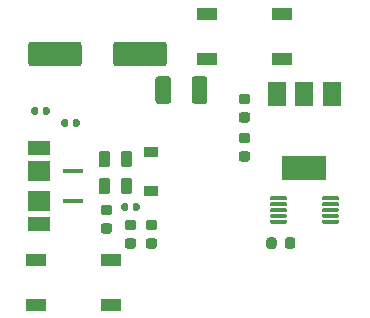
<source format=gbr>
G04 #@! TF.GenerationSoftware,KiCad,Pcbnew,5.1.6+dfsg1-1*
G04 #@! TF.CreationDate,2021-03-01T10:48:13-07:00*
G04 #@! TF.ProjectId,CurrentSensorV1,43757272-656e-4745-9365-6e736f725631,rev?*
G04 #@! TF.SameCoordinates,Original*
G04 #@! TF.FileFunction,Paste,Top*
G04 #@! TF.FilePolarity,Positive*
%FSLAX46Y46*%
G04 Gerber Fmt 4.6, Leading zero omitted, Abs format (unit mm)*
G04 Created by KiCad (PCBNEW 5.1.6+dfsg1-1) date 2021-03-01 10:48:13*
%MOMM*%
%LPD*%
G01*
G04 APERTURE LIST*
%ADD10R,0.100000X0.500000*%
%ADD11R,1.900000X1.260000*%
%ADD12R,1.900000X1.800000*%
%ADD13R,1.778000X0.400050*%
%ADD14R,1.200000X0.900000*%
%ADD15R,1.699999X1.000001*%
%ADD16R,1.500000X2.000000*%
%ADD17R,3.800000X2.000000*%
G04 APERTURE END LIST*
D10*
G04 #@! TO.C,J1*
X133331000Y-77136000D03*
X135131000Y-77136000D03*
D11*
X134231000Y-77786000D03*
D10*
X133331000Y-84926000D03*
D12*
X134231000Y-82301000D03*
D13*
X137109200Y-79726000D03*
X137109200Y-82326000D03*
D12*
X134231000Y-79751000D03*
D11*
X134231000Y-84266000D03*
D10*
X135131000Y-84916000D03*
G04 #@! TD*
G04 #@! TO.C,C4*
G36*
G01*
X140542000Y-70650000D02*
X140542000Y-69050000D01*
G75*
G02*
X140792000Y-68800000I250000J0D01*
G01*
X144792000Y-68800000D01*
G75*
G02*
X145042000Y-69050000I0J-250000D01*
G01*
X145042000Y-70650000D01*
G75*
G02*
X144792000Y-70900000I-250000J0D01*
G01*
X140792000Y-70900000D01*
G75*
G02*
X140542000Y-70650000I0J250000D01*
G01*
G37*
G36*
G01*
X133342000Y-70650000D02*
X133342000Y-69050000D01*
G75*
G02*
X133592000Y-68800000I250000J0D01*
G01*
X137592000Y-68800000D01*
G75*
G02*
X137842000Y-69050000I0J-250000D01*
G01*
X137842000Y-70650000D01*
G75*
G02*
X137592000Y-70900000I-250000J0D01*
G01*
X133592000Y-70900000D01*
G75*
G02*
X133342000Y-70650000I0J250000D01*
G01*
G37*
G04 #@! TD*
D14*
G04 #@! TO.C,D1*
X143764000Y-81406000D03*
X143764000Y-78106000D03*
G04 #@! TD*
D15*
G04 #@! TO.C,FLASH1*
X154787996Y-66425999D03*
X148487999Y-66425999D03*
X154787996Y-70225996D03*
X148487999Y-70225996D03*
G04 #@! TD*
D16*
G04 #@! TO.C,U3*
X159018000Y-73202000D03*
X154418000Y-73202000D03*
X156718000Y-73202000D03*
D17*
X156718000Y-79502000D03*
G04 #@! TD*
G04 #@! TO.C,U1*
G36*
G01*
X155243000Y-83983000D02*
X155243000Y-84133000D01*
G75*
G02*
X155168000Y-84208000I-75000J0D01*
G01*
X153868000Y-84208000D01*
G75*
G02*
X153793000Y-84133000I0J75000D01*
G01*
X153793000Y-83983000D01*
G75*
G02*
X153868000Y-83908000I75000J0D01*
G01*
X155168000Y-83908000D01*
G75*
G02*
X155243000Y-83983000I0J-75000D01*
G01*
G37*
G36*
G01*
X155243000Y-83483000D02*
X155243000Y-83633000D01*
G75*
G02*
X155168000Y-83708000I-75000J0D01*
G01*
X153868000Y-83708000D01*
G75*
G02*
X153793000Y-83633000I0J75000D01*
G01*
X153793000Y-83483000D01*
G75*
G02*
X153868000Y-83408000I75000J0D01*
G01*
X155168000Y-83408000D01*
G75*
G02*
X155243000Y-83483000I0J-75000D01*
G01*
G37*
G36*
G01*
X155243000Y-82983000D02*
X155243000Y-83133000D01*
G75*
G02*
X155168000Y-83208000I-75000J0D01*
G01*
X153868000Y-83208000D01*
G75*
G02*
X153793000Y-83133000I0J75000D01*
G01*
X153793000Y-82983000D01*
G75*
G02*
X153868000Y-82908000I75000J0D01*
G01*
X155168000Y-82908000D01*
G75*
G02*
X155243000Y-82983000I0J-75000D01*
G01*
G37*
G36*
G01*
X155243000Y-82483000D02*
X155243000Y-82633000D01*
G75*
G02*
X155168000Y-82708000I-75000J0D01*
G01*
X153868000Y-82708000D01*
G75*
G02*
X153793000Y-82633000I0J75000D01*
G01*
X153793000Y-82483000D01*
G75*
G02*
X153868000Y-82408000I75000J0D01*
G01*
X155168000Y-82408000D01*
G75*
G02*
X155243000Y-82483000I0J-75000D01*
G01*
G37*
G36*
G01*
X155243000Y-81983000D02*
X155243000Y-82133000D01*
G75*
G02*
X155168000Y-82208000I-75000J0D01*
G01*
X153868000Y-82208000D01*
G75*
G02*
X153793000Y-82133000I0J75000D01*
G01*
X153793000Y-81983000D01*
G75*
G02*
X153868000Y-81908000I75000J0D01*
G01*
X155168000Y-81908000D01*
G75*
G02*
X155243000Y-81983000I0J-75000D01*
G01*
G37*
G36*
G01*
X159643000Y-81983000D02*
X159643000Y-82133000D01*
G75*
G02*
X159568000Y-82208000I-75000J0D01*
G01*
X158268000Y-82208000D01*
G75*
G02*
X158193000Y-82133000I0J75000D01*
G01*
X158193000Y-81983000D01*
G75*
G02*
X158268000Y-81908000I75000J0D01*
G01*
X159568000Y-81908000D01*
G75*
G02*
X159643000Y-81983000I0J-75000D01*
G01*
G37*
G36*
G01*
X159643000Y-82483000D02*
X159643000Y-82633000D01*
G75*
G02*
X159568000Y-82708000I-75000J0D01*
G01*
X158268000Y-82708000D01*
G75*
G02*
X158193000Y-82633000I0J75000D01*
G01*
X158193000Y-82483000D01*
G75*
G02*
X158268000Y-82408000I75000J0D01*
G01*
X159568000Y-82408000D01*
G75*
G02*
X159643000Y-82483000I0J-75000D01*
G01*
G37*
G36*
G01*
X159643000Y-82983000D02*
X159643000Y-83133000D01*
G75*
G02*
X159568000Y-83208000I-75000J0D01*
G01*
X158268000Y-83208000D01*
G75*
G02*
X158193000Y-83133000I0J75000D01*
G01*
X158193000Y-82983000D01*
G75*
G02*
X158268000Y-82908000I75000J0D01*
G01*
X159568000Y-82908000D01*
G75*
G02*
X159643000Y-82983000I0J-75000D01*
G01*
G37*
G36*
G01*
X159643000Y-83483000D02*
X159643000Y-83633000D01*
G75*
G02*
X159568000Y-83708000I-75000J0D01*
G01*
X158268000Y-83708000D01*
G75*
G02*
X158193000Y-83633000I0J75000D01*
G01*
X158193000Y-83483000D01*
G75*
G02*
X158268000Y-83408000I75000J0D01*
G01*
X159568000Y-83408000D01*
G75*
G02*
X159643000Y-83483000I0J-75000D01*
G01*
G37*
G36*
G01*
X159643000Y-83983000D02*
X159643000Y-84133000D01*
G75*
G02*
X159568000Y-84208000I-75000J0D01*
G01*
X158268000Y-84208000D01*
G75*
G02*
X158193000Y-84133000I0J75000D01*
G01*
X158193000Y-83983000D01*
G75*
G02*
X158268000Y-83908000I75000J0D01*
G01*
X159568000Y-83908000D01*
G75*
G02*
X159643000Y-83983000I0J-75000D01*
G01*
G37*
G04 #@! TD*
G04 #@! TO.C,R6*
G36*
G01*
X144020250Y-84740000D02*
X143507750Y-84740000D01*
G75*
G02*
X143289000Y-84521250I0J218750D01*
G01*
X143289000Y-84083750D01*
G75*
G02*
X143507750Y-83865000I218750J0D01*
G01*
X144020250Y-83865000D01*
G75*
G02*
X144239000Y-84083750I0J-218750D01*
G01*
X144239000Y-84521250D01*
G75*
G02*
X144020250Y-84740000I-218750J0D01*
G01*
G37*
G36*
G01*
X144020250Y-86315000D02*
X143507750Y-86315000D01*
G75*
G02*
X143289000Y-86096250I0J218750D01*
G01*
X143289000Y-85658750D01*
G75*
G02*
X143507750Y-85440000I218750J0D01*
G01*
X144020250Y-85440000D01*
G75*
G02*
X144239000Y-85658750I0J-218750D01*
G01*
X144239000Y-86096250D01*
G75*
G02*
X144020250Y-86315000I-218750J0D01*
G01*
G37*
G04 #@! TD*
G04 #@! TO.C,R5*
G36*
G01*
X140210250Y-83470000D02*
X139697750Y-83470000D01*
G75*
G02*
X139479000Y-83251250I0J218750D01*
G01*
X139479000Y-82813750D01*
G75*
G02*
X139697750Y-82595000I218750J0D01*
G01*
X140210250Y-82595000D01*
G75*
G02*
X140429000Y-82813750I0J-218750D01*
G01*
X140429000Y-83251250D01*
G75*
G02*
X140210250Y-83470000I-218750J0D01*
G01*
G37*
G36*
G01*
X140210250Y-85045000D02*
X139697750Y-85045000D01*
G75*
G02*
X139479000Y-84826250I0J218750D01*
G01*
X139479000Y-84388750D01*
G75*
G02*
X139697750Y-84170000I218750J0D01*
G01*
X140210250Y-84170000D01*
G75*
G02*
X140429000Y-84388750I0J-218750D01*
G01*
X140429000Y-84826250D01*
G75*
G02*
X140210250Y-85045000I-218750J0D01*
G01*
G37*
G04 #@! TD*
G04 #@! TO.C,R3*
G36*
G01*
X155061500Y-86108250D02*
X155061500Y-85595750D01*
G75*
G02*
X155280250Y-85377000I218750J0D01*
G01*
X155717750Y-85377000D01*
G75*
G02*
X155936500Y-85595750I0J-218750D01*
G01*
X155936500Y-86108250D01*
G75*
G02*
X155717750Y-86327000I-218750J0D01*
G01*
X155280250Y-86327000D01*
G75*
G02*
X155061500Y-86108250I0J218750D01*
G01*
G37*
G36*
G01*
X153486500Y-86108250D02*
X153486500Y-85595750D01*
G75*
G02*
X153705250Y-85377000I218750J0D01*
G01*
X154142750Y-85377000D01*
G75*
G02*
X154361500Y-85595750I0J-218750D01*
G01*
X154361500Y-86108250D01*
G75*
G02*
X154142750Y-86327000I-218750J0D01*
G01*
X153705250Y-86327000D01*
G75*
G02*
X153486500Y-86108250I0J218750D01*
G01*
G37*
G04 #@! TD*
G04 #@! TO.C,R2*
G36*
G01*
X151381750Y-78074000D02*
X151894250Y-78074000D01*
G75*
G02*
X152113000Y-78292750I0J-218750D01*
G01*
X152113000Y-78730250D01*
G75*
G02*
X151894250Y-78949000I-218750J0D01*
G01*
X151381750Y-78949000D01*
G75*
G02*
X151163000Y-78730250I0J218750D01*
G01*
X151163000Y-78292750D01*
G75*
G02*
X151381750Y-78074000I218750J0D01*
G01*
G37*
G36*
G01*
X151381750Y-76499000D02*
X151894250Y-76499000D01*
G75*
G02*
X152113000Y-76717750I0J-218750D01*
G01*
X152113000Y-77155250D01*
G75*
G02*
X151894250Y-77374000I-218750J0D01*
G01*
X151381750Y-77374000D01*
G75*
G02*
X151163000Y-77155250I0J218750D01*
G01*
X151163000Y-76717750D01*
G75*
G02*
X151381750Y-76499000I218750J0D01*
G01*
G37*
G04 #@! TD*
G04 #@! TO.C,R1*
G36*
G01*
X151894250Y-74072000D02*
X151381750Y-74072000D01*
G75*
G02*
X151163000Y-73853250I0J218750D01*
G01*
X151163000Y-73415750D01*
G75*
G02*
X151381750Y-73197000I218750J0D01*
G01*
X151894250Y-73197000D01*
G75*
G02*
X152113000Y-73415750I0J-218750D01*
G01*
X152113000Y-73853250D01*
G75*
G02*
X151894250Y-74072000I-218750J0D01*
G01*
G37*
G36*
G01*
X151894250Y-75647000D02*
X151381750Y-75647000D01*
G75*
G02*
X151163000Y-75428250I0J218750D01*
G01*
X151163000Y-74990750D01*
G75*
G02*
X151381750Y-74772000I218750J0D01*
G01*
X151894250Y-74772000D01*
G75*
G02*
X152113000Y-74990750I0J-218750D01*
G01*
X152113000Y-75428250D01*
G75*
G02*
X151894250Y-75647000I-218750J0D01*
G01*
G37*
G04 #@! TD*
G04 #@! TO.C,FB2*
G36*
G01*
X140266000Y-78283750D02*
X140266000Y-79196250D01*
G75*
G02*
X140022250Y-79440000I-243750J0D01*
G01*
X139534750Y-79440000D01*
G75*
G02*
X139291000Y-79196250I0J243750D01*
G01*
X139291000Y-78283750D01*
G75*
G02*
X139534750Y-78040000I243750J0D01*
G01*
X140022250Y-78040000D01*
G75*
G02*
X140266000Y-78283750I0J-243750D01*
G01*
G37*
G36*
G01*
X142141000Y-78283750D02*
X142141000Y-79196250D01*
G75*
G02*
X141897250Y-79440000I-243750J0D01*
G01*
X141409750Y-79440000D01*
G75*
G02*
X141166000Y-79196250I0J243750D01*
G01*
X141166000Y-78283750D01*
G75*
G02*
X141409750Y-78040000I243750J0D01*
G01*
X141897250Y-78040000D01*
G75*
G02*
X142141000Y-78283750I0J-243750D01*
G01*
G37*
G04 #@! TD*
G04 #@! TO.C,FB1*
G36*
G01*
X140266000Y-80569750D02*
X140266000Y-81482250D01*
G75*
G02*
X140022250Y-81726000I-243750J0D01*
G01*
X139534750Y-81726000D01*
G75*
G02*
X139291000Y-81482250I0J243750D01*
G01*
X139291000Y-80569750D01*
G75*
G02*
X139534750Y-80326000I243750J0D01*
G01*
X140022250Y-80326000D01*
G75*
G02*
X140266000Y-80569750I0J-243750D01*
G01*
G37*
G36*
G01*
X142141000Y-80569750D02*
X142141000Y-81482250D01*
G75*
G02*
X141897250Y-81726000I-243750J0D01*
G01*
X141409750Y-81726000D01*
G75*
G02*
X141166000Y-81482250I0J243750D01*
G01*
X141166000Y-80569750D01*
G75*
G02*
X141409750Y-80326000I243750J0D01*
G01*
X141897250Y-80326000D01*
G75*
G02*
X142141000Y-80569750I0J-243750D01*
G01*
G37*
G04 #@! TD*
G04 #@! TO.C,C6*
G36*
G01*
X141729750Y-85440000D02*
X142242250Y-85440000D01*
G75*
G02*
X142461000Y-85658750I0J-218750D01*
G01*
X142461000Y-86096250D01*
G75*
G02*
X142242250Y-86315000I-218750J0D01*
G01*
X141729750Y-86315000D01*
G75*
G02*
X141511000Y-86096250I0J218750D01*
G01*
X141511000Y-85658750D01*
G75*
G02*
X141729750Y-85440000I218750J0D01*
G01*
G37*
G36*
G01*
X141729750Y-83865000D02*
X142242250Y-83865000D01*
G75*
G02*
X142461000Y-84083750I0J-218750D01*
G01*
X142461000Y-84521250D01*
G75*
G02*
X142242250Y-84740000I-218750J0D01*
G01*
X141729750Y-84740000D01*
G75*
G02*
X141511000Y-84521250I0J218750D01*
G01*
X141511000Y-84083750D01*
G75*
G02*
X141729750Y-83865000I218750J0D01*
G01*
G37*
G04 #@! TD*
G04 #@! TO.C,C5*
G36*
G01*
X136716000Y-75519500D02*
X136716000Y-75864500D01*
G75*
G02*
X136568500Y-76012000I-147500J0D01*
G01*
X136273500Y-76012000D01*
G75*
G02*
X136126000Y-75864500I0J147500D01*
G01*
X136126000Y-75519500D01*
G75*
G02*
X136273500Y-75372000I147500J0D01*
G01*
X136568500Y-75372000D01*
G75*
G02*
X136716000Y-75519500I0J-147500D01*
G01*
G37*
G36*
G01*
X137686000Y-75519500D02*
X137686000Y-75864500D01*
G75*
G02*
X137538500Y-76012000I-147500J0D01*
G01*
X137243500Y-76012000D01*
G75*
G02*
X137096000Y-75864500I0J147500D01*
G01*
X137096000Y-75519500D01*
G75*
G02*
X137243500Y-75372000I147500J0D01*
G01*
X137538500Y-75372000D01*
G75*
G02*
X137686000Y-75519500I0J-147500D01*
G01*
G37*
G04 #@! TD*
G04 #@! TO.C,C3*
G36*
G01*
X134556000Y-74848500D02*
X134556000Y-74503500D01*
G75*
G02*
X134703500Y-74356000I147500J0D01*
G01*
X134998500Y-74356000D01*
G75*
G02*
X135146000Y-74503500I0J-147500D01*
G01*
X135146000Y-74848500D01*
G75*
G02*
X134998500Y-74996000I-147500J0D01*
G01*
X134703500Y-74996000D01*
G75*
G02*
X134556000Y-74848500I0J147500D01*
G01*
G37*
G36*
G01*
X133586000Y-74848500D02*
X133586000Y-74503500D01*
G75*
G02*
X133733500Y-74356000I147500J0D01*
G01*
X134028500Y-74356000D01*
G75*
G02*
X134176000Y-74503500I0J-147500D01*
G01*
X134176000Y-74848500D01*
G75*
G02*
X134028500Y-74996000I-147500J0D01*
G01*
X133733500Y-74996000D01*
G75*
G02*
X133586000Y-74848500I0J147500D01*
G01*
G37*
G04 #@! TD*
G04 #@! TO.C,C2*
G36*
G01*
X147179000Y-73823001D02*
X147179000Y-71972999D01*
G75*
G02*
X147428999Y-71723000I249999J0D01*
G01*
X148254001Y-71723000D01*
G75*
G02*
X148504000Y-71972999I0J-249999D01*
G01*
X148504000Y-73823001D01*
G75*
G02*
X148254001Y-74073000I-249999J0D01*
G01*
X147428999Y-74073000D01*
G75*
G02*
X147179000Y-73823001I0J249999D01*
G01*
G37*
G36*
G01*
X144104000Y-73823001D02*
X144104000Y-71972999D01*
G75*
G02*
X144353999Y-71723000I249999J0D01*
G01*
X145179001Y-71723000D01*
G75*
G02*
X145429000Y-71972999I0J-249999D01*
G01*
X145429000Y-73823001D01*
G75*
G02*
X145179001Y-74073000I-249999J0D01*
G01*
X144353999Y-74073000D01*
G75*
G02*
X144104000Y-73823001I0J249999D01*
G01*
G37*
G04 #@! TD*
G04 #@! TO.C,C1*
G36*
G01*
X142176000Y-82976500D02*
X142176000Y-82631500D01*
G75*
G02*
X142323500Y-82484000I147500J0D01*
G01*
X142618500Y-82484000D01*
G75*
G02*
X142766000Y-82631500I0J-147500D01*
G01*
X142766000Y-82976500D01*
G75*
G02*
X142618500Y-83124000I-147500J0D01*
G01*
X142323500Y-83124000D01*
G75*
G02*
X142176000Y-82976500I0J147500D01*
G01*
G37*
G36*
G01*
X141206000Y-82976500D02*
X141206000Y-82631500D01*
G75*
G02*
X141353500Y-82484000I147500J0D01*
G01*
X141648500Y-82484000D01*
G75*
G02*
X141796000Y-82631500I0J-147500D01*
G01*
X141796000Y-82976500D01*
G75*
G02*
X141648500Y-83124000I-147500J0D01*
G01*
X141353500Y-83124000D01*
G75*
G02*
X141206000Y-82976500I0J147500D01*
G01*
G37*
G04 #@! TD*
D15*
G04 #@! TO.C,RST1*
X140309996Y-87253999D03*
X134009999Y-87253999D03*
X140309996Y-91053996D03*
X134009999Y-91053996D03*
G04 #@! TD*
M02*

</source>
